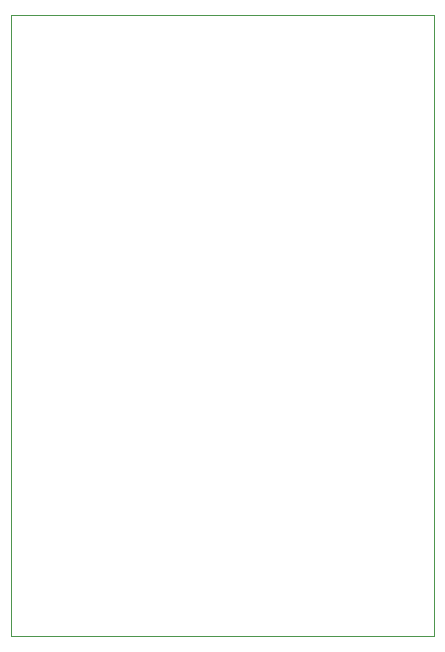
<source format=gbr>
G04 #@! TF.GenerationSoftware,KiCad,Pcbnew,7.0.5*
G04 #@! TF.CreationDate,2023-07-03T11:33:58+02:00*
G04 #@! TF.ProjectId,STM32CAN,53544d33-3243-4414-9e2e-6b696361645f,rev?*
G04 #@! TF.SameCoordinates,Original*
G04 #@! TF.FileFunction,Profile,NP*
%FSLAX46Y46*%
G04 Gerber Fmt 4.6, Leading zero omitted, Abs format (unit mm)*
G04 Created by KiCad (PCBNEW 7.0.5) date 2023-07-03 11:33:58*
%MOMM*%
%LPD*%
G01*
G04 APERTURE LIST*
G04 #@! TA.AperFunction,Profile*
%ADD10C,0.050000*%
G04 #@! TD*
G04 APERTURE END LIST*
D10*
X15240000Y-51562000D02*
X51054000Y-51562000D01*
X51054000Y-104140000D01*
X15240000Y-104140000D01*
X15240000Y-51562000D01*
M02*

</source>
